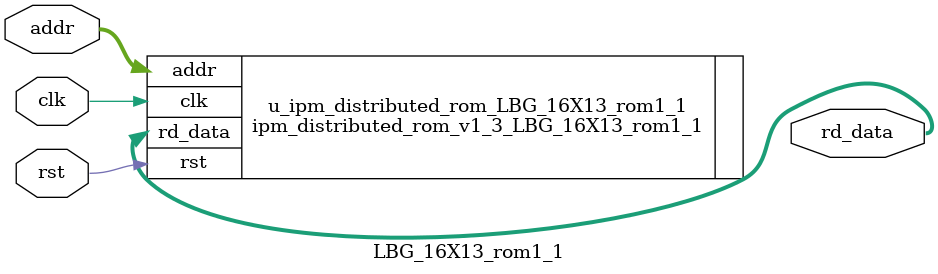
<source format=v>


`timescale 1 ns / 1 ps
module LBG_16X13_rom1_1
    (
     addr        ,
     rst         ,
     clk         ,
     rd_data
    );

    localparam ADDR_WIDTH = 8 ; //@IPC int 4,10

    localparam DATA_WIDTH = 14 ; //@IPC int 1,256

    localparam RST_TYPE = "ASYNC" ; //@IPC enum ASYNC,SYNC

    localparam OUT_REG = 0 ; //@IPC bool

    localparam INIT_ENABLE = 1 ; //@IPC bool

    localparam INIT_FILE = "D:/PDS_FPGA/Audio_test/ipcore/LBG_16X13_rom1_1/rtl/VQ1_LBG_16X13_rom1_1.dat" ; //@IPC string

    localparam FILE_FORMAT = "BIN" ; //@IPC enum BIN,HEX


     output   wire  [DATA_WIDTH-1:0]       rd_data ;
     input    wire  [ADDR_WIDTH-1:0]       addr    ;
     input                                 clk     ;
     input                                 rst     ;

ipm_distributed_rom_v1_3_LBG_16X13_rom1_1
   #(
     .ADDR_WIDTH    (ADDR_WIDTH     ), //address width   range:4-10
     .DATA_WIDTH    (DATA_WIDTH     ), //data width      range:4-256
     .RST_TYPE      (RST_TYPE       ), //reset type   "ASYNC_RESET" "SYNC_RESET"
     .OUT_REG       (OUT_REG        ), //output options :non_register(0)  register(1)
     .INIT_FILE     (INIT_FILE      ), //legal value:"NONE" or "initial file name"
     .FILE_FORMAT   (FILE_FORMAT    )  //initial data format : "bin" or "hex"
    )u_ipm_distributed_rom_LBG_16X13_rom1_1
    (
     .rd_data       (rd_data        ),
     .addr          (addr           ),
     .clk           (clk            ),
     .rst           (rst            )

    );
endmodule

</source>
